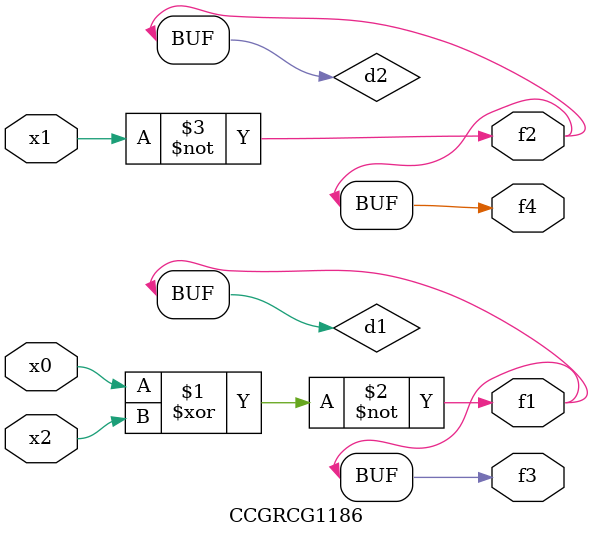
<source format=v>
module CCGRCG1186(
	input x0, x1, x2,
	output f1, f2, f3, f4
);

	wire d1, d2, d3;

	xnor (d1, x0, x2);
	nand (d2, x1);
	nor (d3, x1, x2);
	assign f1 = d1;
	assign f2 = d2;
	assign f3 = d1;
	assign f4 = d2;
endmodule

</source>
